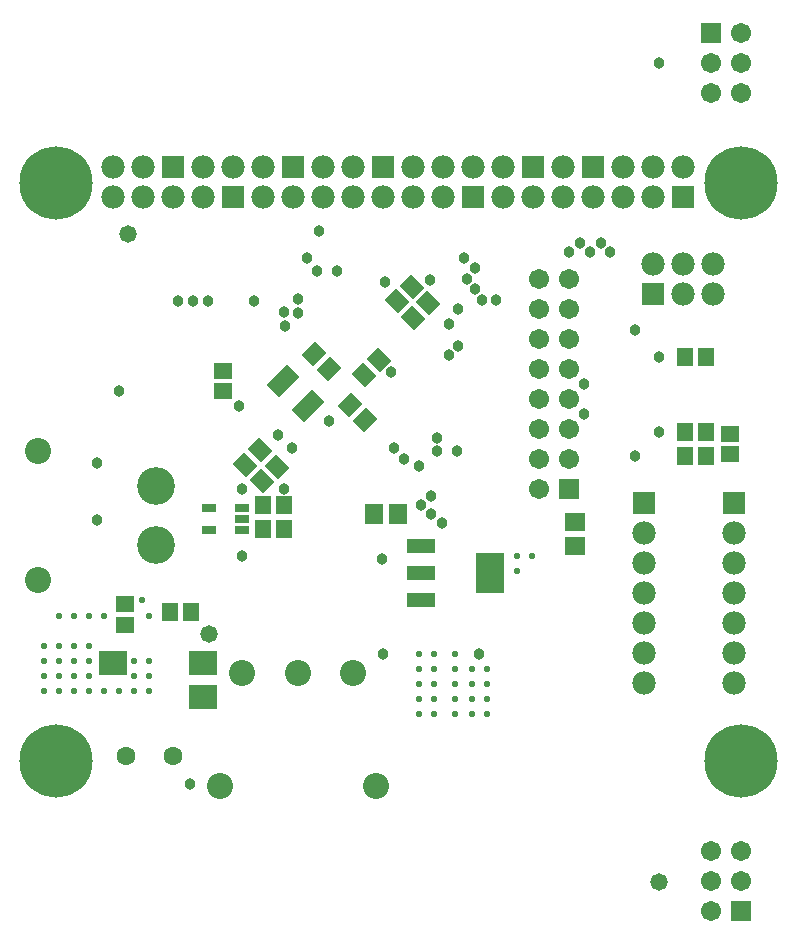
<source format=gbs>
G04 Layer_Color=16711935*
%FSLAX25Y25*%
%MOIN*%
G70*
G01*
G75*
%ADD64R,0.05328X0.06312*%
%ADD66R,0.06115X0.05328*%
%ADD70R,0.05328X0.06115*%
G04:AMPARAMS|DCode=76|XSize=63.12mil|YSize=53.28mil|CornerRadius=0mil|HoleSize=0mil|Usage=FLASHONLY|Rotation=315.000|XOffset=0mil|YOffset=0mil|HoleType=Round|Shape=Rectangle|*
%AMROTATEDRECTD76*
4,1,4,-0.04115,0.00348,-0.00348,0.04115,0.04115,-0.00348,0.00348,-0.04115,-0.04115,0.00348,0.0*
%
%ADD76ROTATEDRECTD76*%

%ADD81R,0.06312X0.06706*%
%ADD82C,0.12611*%
%ADD83C,0.08674*%
%ADD84C,0.24409*%
%ADD85C,0.07800*%
%ADD86R,0.07800X0.07800*%
%ADD87R,0.06706X0.06706*%
%ADD88C,0.06706*%
%ADD89R,0.07800X0.07800*%
%ADD90C,0.06312*%
%ADD91C,0.02300*%
%ADD92C,0.03800*%
%ADD93C,0.05800*%
%ADD94R,0.04737X0.03162*%
G04:AMPARAMS|DCode=95|XSize=57.21mil|YSize=94.61mil|CornerRadius=0mil|HoleSize=0mil|Usage=FLASHONLY|Rotation=315.000|XOffset=0mil|YOffset=0mil|HoleType=Round|Shape=Rectangle|*
%AMROTATEDRECTD95*
4,1,4,-0.05368,-0.01322,0.01322,0.05368,0.05368,0.01322,-0.01322,-0.05368,-0.05368,-0.01322,0.0*
%
%ADD95ROTATEDRECTD95*%

G04:AMPARAMS|DCode=96|XSize=63.12mil|YSize=53.28mil|CornerRadius=0mil|HoleSize=0mil|Usage=FLASHONLY|Rotation=225.000|XOffset=0mil|YOffset=0mil|HoleType=Round|Shape=Rectangle|*
%AMROTATEDRECTD96*
4,1,4,0.00348,0.04115,0.04115,0.00348,-0.00348,-0.04115,-0.04115,-0.00348,0.00348,0.04115,0.0*
%
%ADD96ROTATEDRECTD96*%

%ADD97R,0.06312X0.05328*%
%ADD98R,0.09461X0.07887*%
%ADD99R,0.09265X0.04737*%
%ADD100R,0.09265X0.13595*%
%ADD101R,0.06706X0.06312*%
D64*
X52055Y64000D02*
D03*
X58945D02*
D03*
D66*
X69500Y137555D02*
D03*
Y144445D02*
D03*
X37000Y59610D02*
D03*
Y66500D02*
D03*
D70*
X230445Y149000D02*
D03*
X223555D02*
D03*
X89945Y91500D02*
D03*
X83055D02*
D03*
X83000Y99500D02*
D03*
X89890D02*
D03*
X230445Y124000D02*
D03*
X223555D02*
D03*
X230445Y116000D02*
D03*
X223555D02*
D03*
D76*
X87436Y112436D02*
D03*
X82564Y107564D02*
D03*
X81936Y117936D02*
D03*
X77064Y113064D02*
D03*
X121436Y147936D02*
D03*
X116564Y143064D02*
D03*
X137936Y166936D02*
D03*
X133064Y162064D02*
D03*
X132436Y172436D02*
D03*
X127564Y167564D02*
D03*
D81*
X120063Y96500D02*
D03*
X127937D02*
D03*
D82*
X47370Y105996D02*
D03*
Y86311D02*
D03*
D83*
X8000Y117807D02*
D03*
Y74500D02*
D03*
X120500Y6000D02*
D03*
X68500D02*
D03*
X76000Y43500D02*
D03*
X94500D02*
D03*
X113000D02*
D03*
D84*
X13780Y207087D02*
D03*
X242126D02*
D03*
Y14173D02*
D03*
X13780D02*
D03*
D85*
X223000Y212394D02*
D03*
X213000D02*
D03*
Y202394D02*
D03*
X203000Y212394D02*
D03*
Y202394D02*
D03*
X193000D02*
D03*
X183000Y212394D02*
D03*
Y202394D02*
D03*
X173000D02*
D03*
X163000Y212394D02*
D03*
Y202394D02*
D03*
X153000Y212394D02*
D03*
X143000D02*
D03*
Y202394D02*
D03*
X133000Y212394D02*
D03*
Y202394D02*
D03*
X123000D02*
D03*
X113000Y212394D02*
D03*
Y202394D02*
D03*
X103000Y212394D02*
D03*
Y202394D02*
D03*
X93000D02*
D03*
X83000Y212394D02*
D03*
Y202394D02*
D03*
X73000Y212394D02*
D03*
X63000D02*
D03*
Y202394D02*
D03*
X53000D02*
D03*
X43000Y212394D02*
D03*
Y202394D02*
D03*
X33000Y212394D02*
D03*
Y202394D02*
D03*
X210000Y40236D02*
D03*
Y50236D02*
D03*
Y60236D02*
D03*
Y70236D02*
D03*
Y80236D02*
D03*
Y90236D02*
D03*
X240000Y40236D02*
D03*
Y50236D02*
D03*
Y60236D02*
D03*
Y70236D02*
D03*
Y80236D02*
D03*
Y90236D02*
D03*
X213000Y180000D02*
D03*
X223000Y170000D02*
D03*
Y180000D02*
D03*
X233000Y170000D02*
D03*
Y180000D02*
D03*
D86*
X223000Y202394D02*
D03*
X193000Y212394D02*
D03*
X173000D02*
D03*
X153000Y202394D02*
D03*
X123000Y212394D02*
D03*
X93000D02*
D03*
X73000Y202394D02*
D03*
X53000Y212394D02*
D03*
X213000Y170000D02*
D03*
D87*
X232126Y257087D02*
D03*
X185000Y105000D02*
D03*
X242126Y-35827D02*
D03*
D88*
Y257087D02*
D03*
X232126Y247087D02*
D03*
X242126D02*
D03*
X232126Y237087D02*
D03*
X242126D02*
D03*
X175000Y105000D02*
D03*
X185000Y115000D02*
D03*
X175000D02*
D03*
X185000Y125000D02*
D03*
X175000D02*
D03*
X185000Y135000D02*
D03*
X175000D02*
D03*
X185000Y145000D02*
D03*
X175000D02*
D03*
X185000Y155000D02*
D03*
X175000D02*
D03*
X185000Y165000D02*
D03*
X175000D02*
D03*
X185000Y175000D02*
D03*
X175000D02*
D03*
X232126Y-15827D02*
D03*
X242126D02*
D03*
X232126Y-25827D02*
D03*
X242126D02*
D03*
X232126Y-35827D02*
D03*
D89*
X210000Y100236D02*
D03*
X240000D02*
D03*
D90*
X37252Y16000D02*
D03*
X53000D02*
D03*
D91*
X167500Y77500D02*
D03*
Y82500D02*
D03*
X172500D02*
D03*
X157500Y35000D02*
D03*
X152500D02*
D03*
X147000Y45000D02*
D03*
Y40000D02*
D03*
Y50000D02*
D03*
Y30000D02*
D03*
Y35000D02*
D03*
X140000D02*
D03*
X135000D02*
D03*
X140000Y30000D02*
D03*
X135000D02*
D03*
Y50000D02*
D03*
X140000D02*
D03*
X135000Y40000D02*
D03*
X140000D02*
D03*
X135000Y45000D02*
D03*
X140000D02*
D03*
X152500Y30000D02*
D03*
X157500D02*
D03*
X152500Y40000D02*
D03*
X157500D02*
D03*
Y45000D02*
D03*
X152500D02*
D03*
X30000Y62500D02*
D03*
X25000D02*
D03*
X20000D02*
D03*
X15000D02*
D03*
Y37500D02*
D03*
X20000D02*
D03*
X25000D02*
D03*
X30000D02*
D03*
X35000D02*
D03*
X40000D02*
D03*
X45000D02*
D03*
Y42500D02*
D03*
X40000D02*
D03*
X45000Y47500D02*
D03*
X40000D02*
D03*
X25000Y42500D02*
D03*
X20000D02*
D03*
X25000Y47500D02*
D03*
X20000D02*
D03*
X25000Y52500D02*
D03*
X20000D02*
D03*
X10000D02*
D03*
X15000D02*
D03*
X10000Y47500D02*
D03*
X15000D02*
D03*
X10000Y42500D02*
D03*
X15000D02*
D03*
X10000Y37500D02*
D03*
X45000Y62500D02*
D03*
X42500Y68000D02*
D03*
D92*
X123000Y50000D02*
D03*
X155000D02*
D03*
X122500Y81500D02*
D03*
X195500Y187000D02*
D03*
X198500Y184000D02*
D03*
X192000D02*
D03*
X188500Y187000D02*
D03*
X185000Y184000D02*
D03*
X190000Y140000D02*
D03*
Y130000D02*
D03*
X160500Y168000D02*
D03*
X156000D02*
D03*
X153500Y171500D02*
D03*
X151000Y175000D02*
D03*
X153500Y178500D02*
D03*
X207000Y158000D02*
D03*
X126546Y118500D02*
D03*
X130000Y115000D02*
D03*
X141000Y117500D02*
D03*
Y122000D02*
D03*
X125500Y144000D02*
D03*
X214803Y148961D02*
D03*
X215000Y124000D02*
D03*
X215087Y247087D02*
D03*
X76000Y105000D02*
D03*
X90000D02*
D03*
X88000Y122954D02*
D03*
X92454Y118500D02*
D03*
X94500Y168363D02*
D03*
X94681Y163727D02*
D03*
X90227Y159273D02*
D03*
X90046Y163908D02*
D03*
X150000Y182000D02*
D03*
X97500D02*
D03*
X107500Y177500D02*
D03*
X139000Y102500D02*
D03*
Y96500D02*
D03*
X135500Y99500D02*
D03*
X142500Y93500D02*
D03*
X147500Y117500D02*
D03*
X135000Y112500D02*
D03*
X105000Y127500D02*
D03*
X101500Y191000D02*
D03*
X145000Y149500D02*
D03*
X148000Y152500D02*
D03*
Y165000D02*
D03*
X145000Y160000D02*
D03*
X207000Y116000D02*
D03*
X80000Y167500D02*
D03*
X101000Y177500D02*
D03*
X76000Y82500D02*
D03*
X75000Y132500D02*
D03*
X54500Y167500D02*
D03*
X64500D02*
D03*
X59500D02*
D03*
X123500Y174000D02*
D03*
X138500Y174500D02*
D03*
X35000Y137500D02*
D03*
X58500Y6500D02*
D03*
X27500Y94500D02*
D03*
Y113500D02*
D03*
D93*
X65000Y56500D02*
D03*
X38000Y190000D02*
D03*
X215000Y-26000D02*
D03*
D94*
X75913Y98740D02*
D03*
Y95000D02*
D03*
Y91260D02*
D03*
X65087D02*
D03*
Y98740D02*
D03*
D95*
X89518Y141000D02*
D03*
X98009Y132509D02*
D03*
D96*
X116936Y128064D02*
D03*
X112064Y132936D02*
D03*
X100064Y149936D02*
D03*
X104936Y145064D02*
D03*
D97*
X238500Y123445D02*
D03*
Y116555D02*
D03*
D98*
X32921Y47102D02*
D03*
X62843D02*
D03*
Y35685D02*
D03*
D99*
X135484Y67945D02*
D03*
Y77000D02*
D03*
Y86055D02*
D03*
D100*
X158516Y77000D02*
D03*
D101*
X187000Y93937D02*
D03*
Y86063D02*
D03*
M02*

</source>
